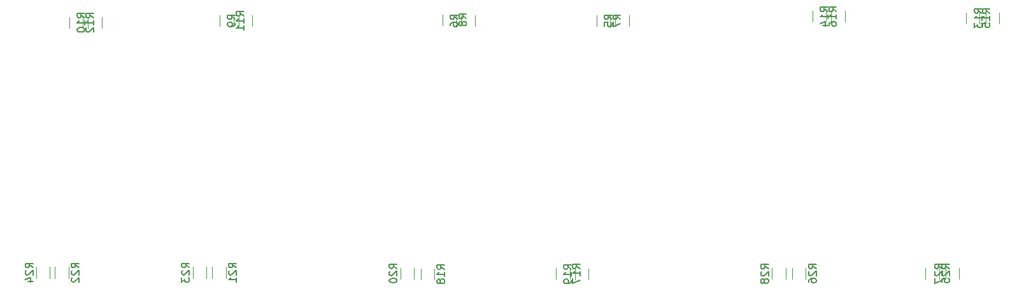
<source format=gbr>
%TF.GenerationSoftware,KiCad,Pcbnew,(5.1.9-0-10_14)*%
%TF.CreationDate,2021-06-18T00:48:09+02:00*%
%TF.ProjectId,V3,56332e6b-6963-4616-945f-706362585858,rev?*%
%TF.SameCoordinates,Original*%
%TF.FileFunction,Legend,Bot*%
%TF.FilePolarity,Positive*%
%FSLAX46Y46*%
G04 Gerber Fmt 4.6, Leading zero omitted, Abs format (unit mm)*
G04 Created by KiCad (PCBNEW (5.1.9-0-10_14)) date 2021-06-18 00:48:09*
%MOMM*%
%LPD*%
G01*
G04 APERTURE LIST*
%ADD10C,0.120000*%
%ADD11C,0.150000*%
G04 APERTURE END LIST*
D10*
%TO.C,R5*%
X188290000Y-78622936D02*
X188290000Y-80077064D01*
X190110000Y-78622936D02*
X190110000Y-80077064D01*
%TO.C,R6*%
X169610000Y-78622936D02*
X169610000Y-80077064D01*
X167790000Y-78622936D02*
X167790000Y-80077064D01*
%TO.C,R7*%
X185790000Y-80077064D02*
X185790000Y-78622936D01*
X187610000Y-80077064D02*
X187610000Y-78622936D01*
%TO.C,R8*%
X167110000Y-79977064D02*
X167110000Y-78522936D01*
X165290000Y-79977064D02*
X165290000Y-78522936D01*
%TO.C,R9*%
X140010000Y-78622936D02*
X140010000Y-80077064D01*
X138190000Y-78622936D02*
X138190000Y-80077064D01*
%TO.C,R10*%
X118190000Y-78872936D02*
X118190000Y-80327064D01*
X120010000Y-78872936D02*
X120010000Y-80327064D01*
%TO.C,R11*%
X137510000Y-80077064D02*
X137510000Y-78622936D01*
X135690000Y-80077064D02*
X135690000Y-78622936D01*
%TO.C,R12*%
X115690000Y-80327064D02*
X115690000Y-78872936D01*
X117510000Y-80327064D02*
X117510000Y-78872936D01*
%TO.C,R13*%
X239310000Y-78272936D02*
X239310000Y-79727064D01*
X237490000Y-78272936D02*
X237490000Y-79727064D01*
%TO.C,R14*%
X216990000Y-78072936D02*
X216990000Y-79527064D01*
X218810000Y-78072936D02*
X218810000Y-79527064D01*
%TO.C,R15*%
X236710000Y-79727064D02*
X236710000Y-78272936D01*
X234890000Y-79727064D02*
X234890000Y-78272936D01*
%TO.C,R16*%
X214490000Y-79527064D02*
X214490000Y-78072936D01*
X216310000Y-79527064D02*
X216310000Y-78072936D01*
%TO.C,R17*%
X180390000Y-113677064D02*
X180390000Y-112222936D01*
X182210000Y-113677064D02*
X182210000Y-112222936D01*
%TO.C,R18*%
X164210000Y-113777064D02*
X164210000Y-112322936D01*
X162390000Y-113777064D02*
X162390000Y-112322936D01*
%TO.C,R19*%
X182890000Y-112322936D02*
X182890000Y-113777064D01*
X184710000Y-112322936D02*
X184710000Y-113777064D01*
%TO.C,R20*%
X161510000Y-112222936D02*
X161510000Y-113677064D01*
X159690000Y-112222936D02*
X159690000Y-113677064D01*
%TO.C,R21*%
X134690000Y-113577064D02*
X134690000Y-112122936D01*
X136510000Y-113577064D02*
X136510000Y-112122936D01*
%TO.C,R22*%
X115610000Y-113577064D02*
X115610000Y-112122936D01*
X113790000Y-113577064D02*
X113790000Y-112122936D01*
%TO.C,R23*%
X132090000Y-112122936D02*
X132090000Y-113577064D01*
X133910000Y-112122936D02*
X133910000Y-113577064D01*
%TO.C,R24*%
X113110000Y-112122936D02*
X113110000Y-113577064D01*
X111290000Y-112122936D02*
X111290000Y-113577064D01*
%TO.C,R25*%
X229490000Y-113677064D02*
X229490000Y-112222936D01*
X231310000Y-113677064D02*
X231310000Y-112222936D01*
%TO.C,R26*%
X213610000Y-113677064D02*
X213610000Y-112222936D01*
X211790000Y-113677064D02*
X211790000Y-112222936D01*
%TO.C,R27*%
X232190000Y-112222936D02*
X232190000Y-113677064D01*
X234010000Y-112222936D02*
X234010000Y-113677064D01*
%TO.C,R28*%
X210910000Y-112272936D02*
X210910000Y-113727064D01*
X209090000Y-112272936D02*
X209090000Y-113727064D01*
%TO.C,R5*%
D11*
X187832380Y-79183333D02*
X187356190Y-78850000D01*
X187832380Y-78611904D02*
X186832380Y-78611904D01*
X186832380Y-78992857D01*
X186880000Y-79088095D01*
X186927619Y-79135714D01*
X187022857Y-79183333D01*
X187165714Y-79183333D01*
X187260952Y-79135714D01*
X187308571Y-79088095D01*
X187356190Y-78992857D01*
X187356190Y-78611904D01*
X186832380Y-80088095D02*
X186832380Y-79611904D01*
X187308571Y-79564285D01*
X187260952Y-79611904D01*
X187213333Y-79707142D01*
X187213333Y-79945238D01*
X187260952Y-80040476D01*
X187308571Y-80088095D01*
X187403809Y-80135714D01*
X187641904Y-80135714D01*
X187737142Y-80088095D01*
X187784761Y-80040476D01*
X187832380Y-79945238D01*
X187832380Y-79707142D01*
X187784761Y-79611904D01*
X187737142Y-79564285D01*
%TO.C,R6*%
X167332380Y-79183333D02*
X166856190Y-78850000D01*
X167332380Y-78611904D02*
X166332380Y-78611904D01*
X166332380Y-78992857D01*
X166380000Y-79088095D01*
X166427619Y-79135714D01*
X166522857Y-79183333D01*
X166665714Y-79183333D01*
X166760952Y-79135714D01*
X166808571Y-79088095D01*
X166856190Y-78992857D01*
X166856190Y-78611904D01*
X166332380Y-80040476D02*
X166332380Y-79850000D01*
X166380000Y-79754761D01*
X166427619Y-79707142D01*
X166570476Y-79611904D01*
X166760952Y-79564285D01*
X167141904Y-79564285D01*
X167237142Y-79611904D01*
X167284761Y-79659523D01*
X167332380Y-79754761D01*
X167332380Y-79945238D01*
X167284761Y-80040476D01*
X167237142Y-80088095D01*
X167141904Y-80135714D01*
X166903809Y-80135714D01*
X166808571Y-80088095D01*
X166760952Y-80040476D01*
X166713333Y-79945238D01*
X166713333Y-79754761D01*
X166760952Y-79659523D01*
X166808571Y-79611904D01*
X166903809Y-79564285D01*
%TO.C,R7*%
X188972380Y-79183333D02*
X188496190Y-78850000D01*
X188972380Y-78611904D02*
X187972380Y-78611904D01*
X187972380Y-78992857D01*
X188020000Y-79088095D01*
X188067619Y-79135714D01*
X188162857Y-79183333D01*
X188305714Y-79183333D01*
X188400952Y-79135714D01*
X188448571Y-79088095D01*
X188496190Y-78992857D01*
X188496190Y-78611904D01*
X187972380Y-79516666D02*
X187972380Y-80183333D01*
X188972380Y-79754761D01*
%TO.C,R8*%
X168472380Y-79083333D02*
X167996190Y-78750000D01*
X168472380Y-78511904D02*
X167472380Y-78511904D01*
X167472380Y-78892857D01*
X167520000Y-78988095D01*
X167567619Y-79035714D01*
X167662857Y-79083333D01*
X167805714Y-79083333D01*
X167900952Y-79035714D01*
X167948571Y-78988095D01*
X167996190Y-78892857D01*
X167996190Y-78511904D01*
X167900952Y-79654761D02*
X167853333Y-79559523D01*
X167805714Y-79511904D01*
X167710476Y-79464285D01*
X167662857Y-79464285D01*
X167567619Y-79511904D01*
X167520000Y-79559523D01*
X167472380Y-79654761D01*
X167472380Y-79845238D01*
X167520000Y-79940476D01*
X167567619Y-79988095D01*
X167662857Y-80035714D01*
X167710476Y-80035714D01*
X167805714Y-79988095D01*
X167853333Y-79940476D01*
X167900952Y-79845238D01*
X167900952Y-79654761D01*
X167948571Y-79559523D01*
X167996190Y-79511904D01*
X168091428Y-79464285D01*
X168281904Y-79464285D01*
X168377142Y-79511904D01*
X168424761Y-79559523D01*
X168472380Y-79654761D01*
X168472380Y-79845238D01*
X168424761Y-79940476D01*
X168377142Y-79988095D01*
X168281904Y-80035714D01*
X168091428Y-80035714D01*
X167996190Y-79988095D01*
X167948571Y-79940476D01*
X167900952Y-79845238D01*
%TO.C,R9*%
X137732380Y-79183333D02*
X137256190Y-78850000D01*
X137732380Y-78611904D02*
X136732380Y-78611904D01*
X136732380Y-78992857D01*
X136780000Y-79088095D01*
X136827619Y-79135714D01*
X136922857Y-79183333D01*
X137065714Y-79183333D01*
X137160952Y-79135714D01*
X137208571Y-79088095D01*
X137256190Y-78992857D01*
X137256190Y-78611904D01*
X137732380Y-79659523D02*
X137732380Y-79850000D01*
X137684761Y-79945238D01*
X137637142Y-79992857D01*
X137494285Y-80088095D01*
X137303809Y-80135714D01*
X136922857Y-80135714D01*
X136827619Y-80088095D01*
X136780000Y-80040476D01*
X136732380Y-79945238D01*
X136732380Y-79754761D01*
X136780000Y-79659523D01*
X136827619Y-79611904D01*
X136922857Y-79564285D01*
X137160952Y-79564285D01*
X137256190Y-79611904D01*
X137303809Y-79659523D01*
X137351428Y-79754761D01*
X137351428Y-79945238D01*
X137303809Y-80040476D01*
X137256190Y-80088095D01*
X137160952Y-80135714D01*
%TO.C,R10*%
X117732380Y-78957142D02*
X117256190Y-78623809D01*
X117732380Y-78385714D02*
X116732380Y-78385714D01*
X116732380Y-78766666D01*
X116780000Y-78861904D01*
X116827619Y-78909523D01*
X116922857Y-78957142D01*
X117065714Y-78957142D01*
X117160952Y-78909523D01*
X117208571Y-78861904D01*
X117256190Y-78766666D01*
X117256190Y-78385714D01*
X117732380Y-79909523D02*
X117732380Y-79338095D01*
X117732380Y-79623809D02*
X116732380Y-79623809D01*
X116875238Y-79528571D01*
X116970476Y-79433333D01*
X117018095Y-79338095D01*
X116732380Y-80528571D02*
X116732380Y-80623809D01*
X116780000Y-80719047D01*
X116827619Y-80766666D01*
X116922857Y-80814285D01*
X117113333Y-80861904D01*
X117351428Y-80861904D01*
X117541904Y-80814285D01*
X117637142Y-80766666D01*
X117684761Y-80719047D01*
X117732380Y-80623809D01*
X117732380Y-80528571D01*
X117684761Y-80433333D01*
X117637142Y-80385714D01*
X117541904Y-80338095D01*
X117351428Y-80290476D01*
X117113333Y-80290476D01*
X116922857Y-80338095D01*
X116827619Y-80385714D01*
X116780000Y-80433333D01*
X116732380Y-80528571D01*
%TO.C,R11*%
X138872380Y-78707142D02*
X138396190Y-78373809D01*
X138872380Y-78135714D02*
X137872380Y-78135714D01*
X137872380Y-78516666D01*
X137920000Y-78611904D01*
X137967619Y-78659523D01*
X138062857Y-78707142D01*
X138205714Y-78707142D01*
X138300952Y-78659523D01*
X138348571Y-78611904D01*
X138396190Y-78516666D01*
X138396190Y-78135714D01*
X138872380Y-79659523D02*
X138872380Y-79088095D01*
X138872380Y-79373809D02*
X137872380Y-79373809D01*
X138015238Y-79278571D01*
X138110476Y-79183333D01*
X138158095Y-79088095D01*
X138872380Y-80611904D02*
X138872380Y-80040476D01*
X138872380Y-80326190D02*
X137872380Y-80326190D01*
X138015238Y-80230952D01*
X138110476Y-80135714D01*
X138158095Y-80040476D01*
%TO.C,R12*%
X118872380Y-78957142D02*
X118396190Y-78623809D01*
X118872380Y-78385714D02*
X117872380Y-78385714D01*
X117872380Y-78766666D01*
X117920000Y-78861904D01*
X117967619Y-78909523D01*
X118062857Y-78957142D01*
X118205714Y-78957142D01*
X118300952Y-78909523D01*
X118348571Y-78861904D01*
X118396190Y-78766666D01*
X118396190Y-78385714D01*
X118872380Y-79909523D02*
X118872380Y-79338095D01*
X118872380Y-79623809D02*
X117872380Y-79623809D01*
X118015238Y-79528571D01*
X118110476Y-79433333D01*
X118158095Y-79338095D01*
X117967619Y-80290476D02*
X117920000Y-80338095D01*
X117872380Y-80433333D01*
X117872380Y-80671428D01*
X117920000Y-80766666D01*
X117967619Y-80814285D01*
X118062857Y-80861904D01*
X118158095Y-80861904D01*
X118300952Y-80814285D01*
X118872380Y-80242857D01*
X118872380Y-80861904D01*
%TO.C,R13*%
X237032380Y-78357142D02*
X236556190Y-78023809D01*
X237032380Y-77785714D02*
X236032380Y-77785714D01*
X236032380Y-78166666D01*
X236080000Y-78261904D01*
X236127619Y-78309523D01*
X236222857Y-78357142D01*
X236365714Y-78357142D01*
X236460952Y-78309523D01*
X236508571Y-78261904D01*
X236556190Y-78166666D01*
X236556190Y-77785714D01*
X237032380Y-79309523D02*
X237032380Y-78738095D01*
X237032380Y-79023809D02*
X236032380Y-79023809D01*
X236175238Y-78928571D01*
X236270476Y-78833333D01*
X236318095Y-78738095D01*
X236032380Y-79642857D02*
X236032380Y-80261904D01*
X236413333Y-79928571D01*
X236413333Y-80071428D01*
X236460952Y-80166666D01*
X236508571Y-80214285D01*
X236603809Y-80261904D01*
X236841904Y-80261904D01*
X236937142Y-80214285D01*
X236984761Y-80166666D01*
X237032380Y-80071428D01*
X237032380Y-79785714D01*
X236984761Y-79690476D01*
X236937142Y-79642857D01*
%TO.C,R14*%
X216532380Y-78157142D02*
X216056190Y-77823809D01*
X216532380Y-77585714D02*
X215532380Y-77585714D01*
X215532380Y-77966666D01*
X215580000Y-78061904D01*
X215627619Y-78109523D01*
X215722857Y-78157142D01*
X215865714Y-78157142D01*
X215960952Y-78109523D01*
X216008571Y-78061904D01*
X216056190Y-77966666D01*
X216056190Y-77585714D01*
X216532380Y-79109523D02*
X216532380Y-78538095D01*
X216532380Y-78823809D02*
X215532380Y-78823809D01*
X215675238Y-78728571D01*
X215770476Y-78633333D01*
X215818095Y-78538095D01*
X215865714Y-79966666D02*
X216532380Y-79966666D01*
X215484761Y-79728571D02*
X216199047Y-79490476D01*
X216199047Y-80109523D01*
%TO.C,R15*%
X238072380Y-78357142D02*
X237596190Y-78023809D01*
X238072380Y-77785714D02*
X237072380Y-77785714D01*
X237072380Y-78166666D01*
X237120000Y-78261904D01*
X237167619Y-78309523D01*
X237262857Y-78357142D01*
X237405714Y-78357142D01*
X237500952Y-78309523D01*
X237548571Y-78261904D01*
X237596190Y-78166666D01*
X237596190Y-77785714D01*
X238072380Y-79309523D02*
X238072380Y-78738095D01*
X238072380Y-79023809D02*
X237072380Y-79023809D01*
X237215238Y-78928571D01*
X237310476Y-78833333D01*
X237358095Y-78738095D01*
X237072380Y-80214285D02*
X237072380Y-79738095D01*
X237548571Y-79690476D01*
X237500952Y-79738095D01*
X237453333Y-79833333D01*
X237453333Y-80071428D01*
X237500952Y-80166666D01*
X237548571Y-80214285D01*
X237643809Y-80261904D01*
X237881904Y-80261904D01*
X237977142Y-80214285D01*
X238024761Y-80166666D01*
X238072380Y-80071428D01*
X238072380Y-79833333D01*
X238024761Y-79738095D01*
X237977142Y-79690476D01*
%TO.C,R16*%
X217672380Y-78157142D02*
X217196190Y-77823809D01*
X217672380Y-77585714D02*
X216672380Y-77585714D01*
X216672380Y-77966666D01*
X216720000Y-78061904D01*
X216767619Y-78109523D01*
X216862857Y-78157142D01*
X217005714Y-78157142D01*
X217100952Y-78109523D01*
X217148571Y-78061904D01*
X217196190Y-77966666D01*
X217196190Y-77585714D01*
X217672380Y-79109523D02*
X217672380Y-78538095D01*
X217672380Y-78823809D02*
X216672380Y-78823809D01*
X216815238Y-78728571D01*
X216910476Y-78633333D01*
X216958095Y-78538095D01*
X216672380Y-79966666D02*
X216672380Y-79776190D01*
X216720000Y-79680952D01*
X216767619Y-79633333D01*
X216910476Y-79538095D01*
X217100952Y-79490476D01*
X217481904Y-79490476D01*
X217577142Y-79538095D01*
X217624761Y-79585714D01*
X217672380Y-79680952D01*
X217672380Y-79871428D01*
X217624761Y-79966666D01*
X217577142Y-80014285D01*
X217481904Y-80061904D01*
X217243809Y-80061904D01*
X217148571Y-80014285D01*
X217100952Y-79966666D01*
X217053333Y-79871428D01*
X217053333Y-79680952D01*
X217100952Y-79585714D01*
X217148571Y-79538095D01*
X217243809Y-79490476D01*
%TO.C,R17*%
X183572380Y-112307142D02*
X183096190Y-111973809D01*
X183572380Y-111735714D02*
X182572380Y-111735714D01*
X182572380Y-112116666D01*
X182620000Y-112211904D01*
X182667619Y-112259523D01*
X182762857Y-112307142D01*
X182905714Y-112307142D01*
X183000952Y-112259523D01*
X183048571Y-112211904D01*
X183096190Y-112116666D01*
X183096190Y-111735714D01*
X183572380Y-113259523D02*
X183572380Y-112688095D01*
X183572380Y-112973809D02*
X182572380Y-112973809D01*
X182715238Y-112878571D01*
X182810476Y-112783333D01*
X182858095Y-112688095D01*
X182572380Y-113592857D02*
X182572380Y-114259523D01*
X183572380Y-113830952D01*
%TO.C,R18*%
X165572380Y-112407142D02*
X165096190Y-112073809D01*
X165572380Y-111835714D02*
X164572380Y-111835714D01*
X164572380Y-112216666D01*
X164620000Y-112311904D01*
X164667619Y-112359523D01*
X164762857Y-112407142D01*
X164905714Y-112407142D01*
X165000952Y-112359523D01*
X165048571Y-112311904D01*
X165096190Y-112216666D01*
X165096190Y-111835714D01*
X165572380Y-113359523D02*
X165572380Y-112788095D01*
X165572380Y-113073809D02*
X164572380Y-113073809D01*
X164715238Y-112978571D01*
X164810476Y-112883333D01*
X164858095Y-112788095D01*
X165000952Y-113930952D02*
X164953333Y-113835714D01*
X164905714Y-113788095D01*
X164810476Y-113740476D01*
X164762857Y-113740476D01*
X164667619Y-113788095D01*
X164620000Y-113835714D01*
X164572380Y-113930952D01*
X164572380Y-114121428D01*
X164620000Y-114216666D01*
X164667619Y-114264285D01*
X164762857Y-114311904D01*
X164810476Y-114311904D01*
X164905714Y-114264285D01*
X164953333Y-114216666D01*
X165000952Y-114121428D01*
X165000952Y-113930952D01*
X165048571Y-113835714D01*
X165096190Y-113788095D01*
X165191428Y-113740476D01*
X165381904Y-113740476D01*
X165477142Y-113788095D01*
X165524761Y-113835714D01*
X165572380Y-113930952D01*
X165572380Y-114121428D01*
X165524761Y-114216666D01*
X165477142Y-114264285D01*
X165381904Y-114311904D01*
X165191428Y-114311904D01*
X165096190Y-114264285D01*
X165048571Y-114216666D01*
X165000952Y-114121428D01*
%TO.C,R19*%
X182432380Y-112407142D02*
X181956190Y-112073809D01*
X182432380Y-111835714D02*
X181432380Y-111835714D01*
X181432380Y-112216666D01*
X181480000Y-112311904D01*
X181527619Y-112359523D01*
X181622857Y-112407142D01*
X181765714Y-112407142D01*
X181860952Y-112359523D01*
X181908571Y-112311904D01*
X181956190Y-112216666D01*
X181956190Y-111835714D01*
X182432380Y-113359523D02*
X182432380Y-112788095D01*
X182432380Y-113073809D02*
X181432380Y-113073809D01*
X181575238Y-112978571D01*
X181670476Y-112883333D01*
X181718095Y-112788095D01*
X182432380Y-113835714D02*
X182432380Y-114026190D01*
X182384761Y-114121428D01*
X182337142Y-114169047D01*
X182194285Y-114264285D01*
X182003809Y-114311904D01*
X181622857Y-114311904D01*
X181527619Y-114264285D01*
X181480000Y-114216666D01*
X181432380Y-114121428D01*
X181432380Y-113930952D01*
X181480000Y-113835714D01*
X181527619Y-113788095D01*
X181622857Y-113740476D01*
X181860952Y-113740476D01*
X181956190Y-113788095D01*
X182003809Y-113835714D01*
X182051428Y-113930952D01*
X182051428Y-114121428D01*
X182003809Y-114216666D01*
X181956190Y-114264285D01*
X181860952Y-114311904D01*
%TO.C,R20*%
X159232380Y-112307142D02*
X158756190Y-111973809D01*
X159232380Y-111735714D02*
X158232380Y-111735714D01*
X158232380Y-112116666D01*
X158280000Y-112211904D01*
X158327619Y-112259523D01*
X158422857Y-112307142D01*
X158565714Y-112307142D01*
X158660952Y-112259523D01*
X158708571Y-112211904D01*
X158756190Y-112116666D01*
X158756190Y-111735714D01*
X158327619Y-112688095D02*
X158280000Y-112735714D01*
X158232380Y-112830952D01*
X158232380Y-113069047D01*
X158280000Y-113164285D01*
X158327619Y-113211904D01*
X158422857Y-113259523D01*
X158518095Y-113259523D01*
X158660952Y-113211904D01*
X159232380Y-112640476D01*
X159232380Y-113259523D01*
X158232380Y-113878571D02*
X158232380Y-113973809D01*
X158280000Y-114069047D01*
X158327619Y-114116666D01*
X158422857Y-114164285D01*
X158613333Y-114211904D01*
X158851428Y-114211904D01*
X159041904Y-114164285D01*
X159137142Y-114116666D01*
X159184761Y-114069047D01*
X159232380Y-113973809D01*
X159232380Y-113878571D01*
X159184761Y-113783333D01*
X159137142Y-113735714D01*
X159041904Y-113688095D01*
X158851428Y-113640476D01*
X158613333Y-113640476D01*
X158422857Y-113688095D01*
X158327619Y-113735714D01*
X158280000Y-113783333D01*
X158232380Y-113878571D01*
%TO.C,R21*%
X137872380Y-112207142D02*
X137396190Y-111873809D01*
X137872380Y-111635714D02*
X136872380Y-111635714D01*
X136872380Y-112016666D01*
X136920000Y-112111904D01*
X136967619Y-112159523D01*
X137062857Y-112207142D01*
X137205714Y-112207142D01*
X137300952Y-112159523D01*
X137348571Y-112111904D01*
X137396190Y-112016666D01*
X137396190Y-111635714D01*
X136967619Y-112588095D02*
X136920000Y-112635714D01*
X136872380Y-112730952D01*
X136872380Y-112969047D01*
X136920000Y-113064285D01*
X136967619Y-113111904D01*
X137062857Y-113159523D01*
X137158095Y-113159523D01*
X137300952Y-113111904D01*
X137872380Y-112540476D01*
X137872380Y-113159523D01*
X137872380Y-114111904D02*
X137872380Y-113540476D01*
X137872380Y-113826190D02*
X136872380Y-113826190D01*
X137015238Y-113730952D01*
X137110476Y-113635714D01*
X137158095Y-113540476D01*
%TO.C,R22*%
X116972380Y-112207142D02*
X116496190Y-111873809D01*
X116972380Y-111635714D02*
X115972380Y-111635714D01*
X115972380Y-112016666D01*
X116020000Y-112111904D01*
X116067619Y-112159523D01*
X116162857Y-112207142D01*
X116305714Y-112207142D01*
X116400952Y-112159523D01*
X116448571Y-112111904D01*
X116496190Y-112016666D01*
X116496190Y-111635714D01*
X116067619Y-112588095D02*
X116020000Y-112635714D01*
X115972380Y-112730952D01*
X115972380Y-112969047D01*
X116020000Y-113064285D01*
X116067619Y-113111904D01*
X116162857Y-113159523D01*
X116258095Y-113159523D01*
X116400952Y-113111904D01*
X116972380Y-112540476D01*
X116972380Y-113159523D01*
X116067619Y-113540476D02*
X116020000Y-113588095D01*
X115972380Y-113683333D01*
X115972380Y-113921428D01*
X116020000Y-114016666D01*
X116067619Y-114064285D01*
X116162857Y-114111904D01*
X116258095Y-114111904D01*
X116400952Y-114064285D01*
X116972380Y-113492857D01*
X116972380Y-114111904D01*
%TO.C,R23*%
X131632380Y-112207142D02*
X131156190Y-111873809D01*
X131632380Y-111635714D02*
X130632380Y-111635714D01*
X130632380Y-112016666D01*
X130680000Y-112111904D01*
X130727619Y-112159523D01*
X130822857Y-112207142D01*
X130965714Y-112207142D01*
X131060952Y-112159523D01*
X131108571Y-112111904D01*
X131156190Y-112016666D01*
X131156190Y-111635714D01*
X130727619Y-112588095D02*
X130680000Y-112635714D01*
X130632380Y-112730952D01*
X130632380Y-112969047D01*
X130680000Y-113064285D01*
X130727619Y-113111904D01*
X130822857Y-113159523D01*
X130918095Y-113159523D01*
X131060952Y-113111904D01*
X131632380Y-112540476D01*
X131632380Y-113159523D01*
X130632380Y-113492857D02*
X130632380Y-114111904D01*
X131013333Y-113778571D01*
X131013333Y-113921428D01*
X131060952Y-114016666D01*
X131108571Y-114064285D01*
X131203809Y-114111904D01*
X131441904Y-114111904D01*
X131537142Y-114064285D01*
X131584761Y-114016666D01*
X131632380Y-113921428D01*
X131632380Y-113635714D01*
X131584761Y-113540476D01*
X131537142Y-113492857D01*
%TO.C,R24*%
X110832380Y-112207142D02*
X110356190Y-111873809D01*
X110832380Y-111635714D02*
X109832380Y-111635714D01*
X109832380Y-112016666D01*
X109880000Y-112111904D01*
X109927619Y-112159523D01*
X110022857Y-112207142D01*
X110165714Y-112207142D01*
X110260952Y-112159523D01*
X110308571Y-112111904D01*
X110356190Y-112016666D01*
X110356190Y-111635714D01*
X109927619Y-112588095D02*
X109880000Y-112635714D01*
X109832380Y-112730952D01*
X109832380Y-112969047D01*
X109880000Y-113064285D01*
X109927619Y-113111904D01*
X110022857Y-113159523D01*
X110118095Y-113159523D01*
X110260952Y-113111904D01*
X110832380Y-112540476D01*
X110832380Y-113159523D01*
X110165714Y-114016666D02*
X110832380Y-114016666D01*
X109784761Y-113778571D02*
X110499047Y-113540476D01*
X110499047Y-114159523D01*
%TO.C,R25*%
X232672380Y-112307142D02*
X232196190Y-111973809D01*
X232672380Y-111735714D02*
X231672380Y-111735714D01*
X231672380Y-112116666D01*
X231720000Y-112211904D01*
X231767619Y-112259523D01*
X231862857Y-112307142D01*
X232005714Y-112307142D01*
X232100952Y-112259523D01*
X232148571Y-112211904D01*
X232196190Y-112116666D01*
X232196190Y-111735714D01*
X231767619Y-112688095D02*
X231720000Y-112735714D01*
X231672380Y-112830952D01*
X231672380Y-113069047D01*
X231720000Y-113164285D01*
X231767619Y-113211904D01*
X231862857Y-113259523D01*
X231958095Y-113259523D01*
X232100952Y-113211904D01*
X232672380Y-112640476D01*
X232672380Y-113259523D01*
X231672380Y-114164285D02*
X231672380Y-113688095D01*
X232148571Y-113640476D01*
X232100952Y-113688095D01*
X232053333Y-113783333D01*
X232053333Y-114021428D01*
X232100952Y-114116666D01*
X232148571Y-114164285D01*
X232243809Y-114211904D01*
X232481904Y-114211904D01*
X232577142Y-114164285D01*
X232624761Y-114116666D01*
X232672380Y-114021428D01*
X232672380Y-113783333D01*
X232624761Y-113688095D01*
X232577142Y-113640476D01*
%TO.C,R26*%
X214972380Y-112307142D02*
X214496190Y-111973809D01*
X214972380Y-111735714D02*
X213972380Y-111735714D01*
X213972380Y-112116666D01*
X214020000Y-112211904D01*
X214067619Y-112259523D01*
X214162857Y-112307142D01*
X214305714Y-112307142D01*
X214400952Y-112259523D01*
X214448571Y-112211904D01*
X214496190Y-112116666D01*
X214496190Y-111735714D01*
X214067619Y-112688095D02*
X214020000Y-112735714D01*
X213972380Y-112830952D01*
X213972380Y-113069047D01*
X214020000Y-113164285D01*
X214067619Y-113211904D01*
X214162857Y-113259523D01*
X214258095Y-113259523D01*
X214400952Y-113211904D01*
X214972380Y-112640476D01*
X214972380Y-113259523D01*
X213972380Y-114116666D02*
X213972380Y-113926190D01*
X214020000Y-113830952D01*
X214067619Y-113783333D01*
X214210476Y-113688095D01*
X214400952Y-113640476D01*
X214781904Y-113640476D01*
X214877142Y-113688095D01*
X214924761Y-113735714D01*
X214972380Y-113830952D01*
X214972380Y-114021428D01*
X214924761Y-114116666D01*
X214877142Y-114164285D01*
X214781904Y-114211904D01*
X214543809Y-114211904D01*
X214448571Y-114164285D01*
X214400952Y-114116666D01*
X214353333Y-114021428D01*
X214353333Y-113830952D01*
X214400952Y-113735714D01*
X214448571Y-113688095D01*
X214543809Y-113640476D01*
%TO.C,R27*%
X231732380Y-112307142D02*
X231256190Y-111973809D01*
X231732380Y-111735714D02*
X230732380Y-111735714D01*
X230732380Y-112116666D01*
X230780000Y-112211904D01*
X230827619Y-112259523D01*
X230922857Y-112307142D01*
X231065714Y-112307142D01*
X231160952Y-112259523D01*
X231208571Y-112211904D01*
X231256190Y-112116666D01*
X231256190Y-111735714D01*
X230827619Y-112688095D02*
X230780000Y-112735714D01*
X230732380Y-112830952D01*
X230732380Y-113069047D01*
X230780000Y-113164285D01*
X230827619Y-113211904D01*
X230922857Y-113259523D01*
X231018095Y-113259523D01*
X231160952Y-113211904D01*
X231732380Y-112640476D01*
X231732380Y-113259523D01*
X230732380Y-113592857D02*
X230732380Y-114259523D01*
X231732380Y-113830952D01*
%TO.C,R28*%
X208632380Y-112357142D02*
X208156190Y-112023809D01*
X208632380Y-111785714D02*
X207632380Y-111785714D01*
X207632380Y-112166666D01*
X207680000Y-112261904D01*
X207727619Y-112309523D01*
X207822857Y-112357142D01*
X207965714Y-112357142D01*
X208060952Y-112309523D01*
X208108571Y-112261904D01*
X208156190Y-112166666D01*
X208156190Y-111785714D01*
X207727619Y-112738095D02*
X207680000Y-112785714D01*
X207632380Y-112880952D01*
X207632380Y-113119047D01*
X207680000Y-113214285D01*
X207727619Y-113261904D01*
X207822857Y-113309523D01*
X207918095Y-113309523D01*
X208060952Y-113261904D01*
X208632380Y-112690476D01*
X208632380Y-113309523D01*
X208060952Y-113880952D02*
X208013333Y-113785714D01*
X207965714Y-113738095D01*
X207870476Y-113690476D01*
X207822857Y-113690476D01*
X207727619Y-113738095D01*
X207680000Y-113785714D01*
X207632380Y-113880952D01*
X207632380Y-114071428D01*
X207680000Y-114166666D01*
X207727619Y-114214285D01*
X207822857Y-114261904D01*
X207870476Y-114261904D01*
X207965714Y-114214285D01*
X208013333Y-114166666D01*
X208060952Y-114071428D01*
X208060952Y-113880952D01*
X208108571Y-113785714D01*
X208156190Y-113738095D01*
X208251428Y-113690476D01*
X208441904Y-113690476D01*
X208537142Y-113738095D01*
X208584761Y-113785714D01*
X208632380Y-113880952D01*
X208632380Y-114071428D01*
X208584761Y-114166666D01*
X208537142Y-114214285D01*
X208441904Y-114261904D01*
X208251428Y-114261904D01*
X208156190Y-114214285D01*
X208108571Y-114166666D01*
X208060952Y-114071428D01*
%TD*%
M02*

</source>
